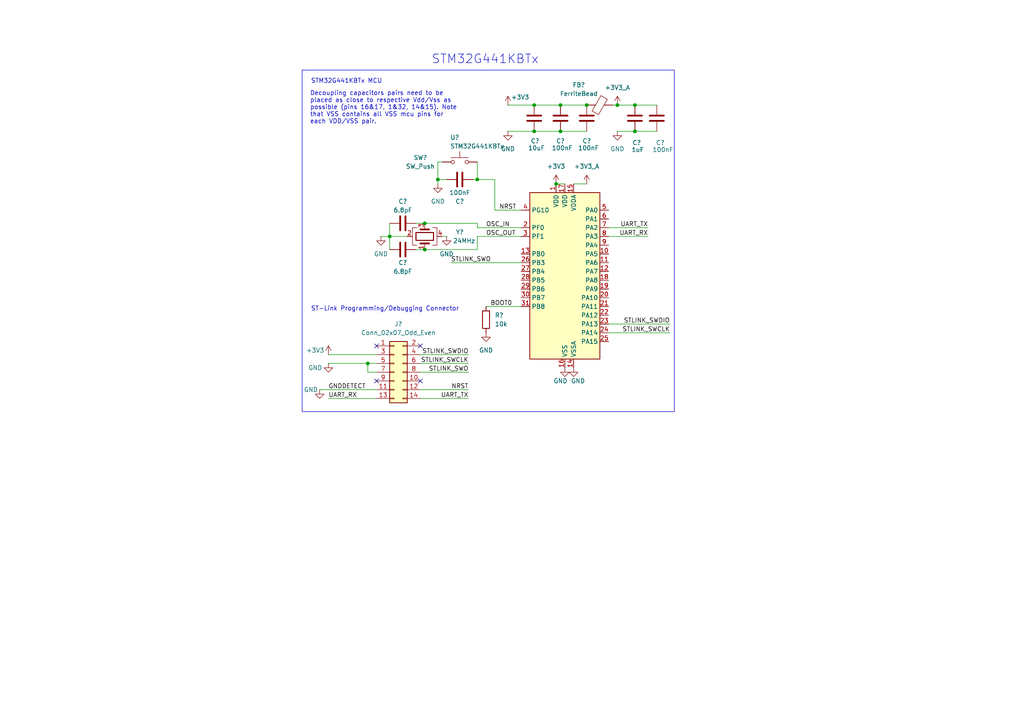
<source format=kicad_sch>
(kicad_sch (version 20250114) (generator "eeschema") (generator_version "9.0")
  (paper "A4")
  (lib_symbols
    (symbol "Connector_Generic:Conn_02x07_Odd_Even" (pin_names (offset 1.016) (hide yes))
      (property "Reference" "J" (at 1.27 10.16 0))
      (property "Value" "Conn_02x07_Odd_Even" (at 1.27 -10.16 0))
      (symbol "Conn_02x07_Odd_Even_1_1"
        (rectangle (start -1.27 8.89) (end 3.81 -8.89) (stroke (width 0.254)) (fill (type background)))
        (rectangle (start -1.27 7.747) (end 0 7.493) (stroke (width 0.1524)))
        (rectangle (start -1.27 5.207) (end 0 4.953) (stroke (width 0.1524)))
        (rectangle (start -1.27 2.667) (end 0 2.413) (stroke (width 0.1524)))
        (rectangle (start -1.27 0.127) (end 0 -0.127) (stroke (width 0.1524)))
        (rectangle (start -1.27 -2.413) (end 0 -2.667) (stroke (width 0.1524)))
        (rectangle (start -1.27 -4.953) (end 0 -5.207) (stroke (width 0.1524)))
        (rectangle (start -1.27 -7.493) (end 0 -7.747) (stroke (width 0.1524)))
        (rectangle (start 3.81 7.747) (end 2.54 7.493) (stroke (width 0.1524)))
        (rectangle (start 3.81 5.207) (end 2.54 4.953) (stroke (width 0.1524)))
        (rectangle (start 3.81 2.667) (end 2.54 2.413) (stroke (width 0.1524)))
        (rectangle (start 3.81 0.127) (end 2.54 -0.127) (stroke (width 0.1524)))
        (rectangle (start 3.81 -2.413) (end 2.54 -2.667) (stroke (width 0.1524)))
        (rectangle (start 3.81 -4.953) (end 2.54 -5.207) (stroke (width 0.1524)))
        (rectangle (start 3.81 -7.493) (end 2.54 -7.747) (stroke (width 0.1524)))
        (pin passive line (at -5.08 7.62 0) (length 3.81) (name "Pin_1") (number "1"))
        (pin passive line (at -5.08 5.08 0) (length 3.81) (name "Pin_3") (number "3"))
        (pin passive line (at -5.08 2.54 0) (length 3.81) (name "Pin_5") (number "5"))
        (pin passive line (at -5.08 0 0) (length 3.81) (name "Pin_7") (number "7"))
        (pin passive line (at -5.08 -2.54 0) (length 3.81) (name "Pin_9") (number "9"))
        (pin passive line (at -5.08 -5.08 0) (length 3.81) (name "Pin_11") (number "11"))
        (pin passive line (at -5.08 -7.62 0) (length 3.81) (name "Pin_13") (number "13"))
        (pin passive line (at 7.62 7.62 180) (length 3.81) (name "Pin_2") (number "2"))
        (pin passive line (at 7.62 5.08 180) (length 3.81) (name "Pin_4") (number "4"))
        (pin passive line (at 7.62 2.54 180) (length 3.81) (name "Pin_6") (number "6"))
        (pin passive line (at 7.62 0 180) (length 3.81) (name "Pin_8") (number "8"))
        (pin passive line (at 7.62 -2.54 180) (length 3.81) (name "Pin_10") (number "10"))
        (pin passive line (at 7.62 -5.08 180) (length 3.81) (name "Pin_12") (number "12"))
        (pin passive line (at 7.62 -7.62 180) (length 3.81) (name "Pin_14") (number "14"))
      )
    )
    (symbol "Device:C" (pin_numbers (hide yes)) (pin_names (offset 0.254))
      (property "Reference" "C" (at 0.635 2.54 0))
      (property "Value" "C" (at 0.635 -2.54 0))
      (symbol "C_0_1"
        (polyline (pts (xy -2.032 0.762) (xy 2.032 0.762)) (stroke (width 0.508)))
        (polyline (pts (xy -2.032 -0.762) (xy 2.032 -0.762)) (stroke (width 0.508)))
      )
      (symbol "C_1_1"
        (pin passive line (at 0 3.81 270) (length 2.794) (name "~") (number "1"))
        (pin passive line (at 0 -3.81 90) (length 2.794) (name "~") (number "2"))
      )
    )
    (symbol "Device:Crystal_GND24" (pin_names (offset 1.016) (hide yes))
      (property "Reference" "Y" (at 3.175 5.08 0))
      (property "Value" "Crystal_GND24" (at 3.175 3.175 0))
      (symbol "Crystal_GND24_0_1"
        (polyline (pts (xy -2.54 2.286) (xy -2.54 3.556) (xy 2.54 3.556) (xy 2.54 2.286)))
        (polyline (pts (xy -2.54 0) (xy -2.032 0)))
        (polyline (pts (xy -2.54 -2.286) (xy -2.54 -3.556) (xy 2.54 -3.556) (xy 2.54 -2.286)))
        (polyline (pts (xy -2.032 -1.27) (xy -2.032 1.27)) (stroke (width 0.508)))
        (rectangle (start -1.143 2.54) (end 1.143 -2.54) (stroke (width 0.3048)))
        (polyline (pts (xy 0 3.556) (xy 0 3.81)))
        (polyline (pts (xy 0 -3.81) (xy 0 -3.556)))
        (polyline (pts (xy 2.032 0) (xy 2.54 0)))
        (polyline (pts (xy 2.032 -1.27) (xy 2.032 1.27)) (stroke (width 0.508)))
      )
      (symbol "Crystal_GND24_1_1"
        (pin passive line (at -3.81 0 0) (length 1.27) (name "1") (number "1"))
        (pin passive line (at 0 5.08 270) (length 1.27) (name "2") (number "2"))
        (pin passive line (at 0 -5.08 90) (length 1.27) (name "4") (number "4"))
        (pin passive line (at 3.81 0 180) (length 1.27) (name "3") (number "3"))
      )
    )
    (symbol "Device:FerriteBead" (pin_numbers (hide yes)) (pin_names (offset 0))
      (property "Reference" "FB" (at -3.81 0.635 90))
      (property "Value" "FerriteBead" (at 3.81 0 90))
      (symbol "FerriteBead_0_1"
        (polyline (pts (xy -2.7686 0.4064) (xy -1.7018 2.2606) (xy 2.7686 -0.3048) (xy 1.6764 -2.159) (xy -2.7686 0.4064)))
        (polyline (pts (xy 0 1.27) (xy 0 1.2954)))
        (polyline (pts (xy 0 -1.27) (xy 0 -1.2192)))
      )
      (symbol "FerriteBead_1_1"
        (pin passive line (at 0 3.81 270) (length 2.54) (name "~") (number "1"))
        (pin passive line (at 0 -3.81 90) (length 2.54) (name "~") (number "2"))
      )
    )
    (symbol "Device:R" (pin_numbers (hide yes)) (pin_names (offset 0))
      (property "Reference" "R" (at 2.032 0 90))
      (property "Value" "R" (at 0 0 90))
      (symbol "R_0_1"
        (rectangle (start -1.016 -2.54) (end 1.016 2.54) (stroke (width 0.254)))
      )
      (symbol "R_1_1"
        (pin passive line (at 0 3.81 270) (length 1.27) (name "~") (number "1"))
        (pin passive line (at 0 -3.81 90) (length 1.27) (name "~") (number "2"))
      )
    )
    (symbol "MCU_ST_STM32G4:STM32G441KBTx"
      (property "Reference" "U" (at -10.16 26.67 0))
      (property "Value" "STM32G441KBTx" (at 5.08 26.67 0))
      (symbol "STM32G441KBTx_0_1"
        (rectangle (start -10.16 -22.86) (end 10.16 25.4) (stroke (width 0.254)) (fill (type background)))
      )
      (symbol "STM32G441KBTx_1_1"
        (pin bidirectional line (at -12.7 20.32 0) (length 2.54) (name "PG10") (number "4"))
        (pin bidirectional line (at -12.7 15.24 0) (length 2.54) (name "PF0") (number "2"))
        (pin bidirectional line (at -12.7 12.7 0) (length 2.54) (name "PF1") (number "3"))
        (pin bidirectional line (at -12.7 7.62 0) (length 2.54) (name "PB0") (number "13"))
        (pin bidirectional line (at -12.7 5.08 0) (length 2.54) (name "PB3") (number "26"))
        (pin bidirectional line (at -12.7 2.54 0) (length 2.54) (name "PB4") (number "27"))
        (pin bidirectional line (at -12.7 0 0) (length 2.54) (name "PB5") (number "28"))
        (pin bidirectional line (at -12.7 -2.54 0) (length 2.54) (name "PB6") (number "29"))
        (pin bidirectional line (at -12.7 -5.08 0) (length 2.54) (name "PB7") (number "30"))
        (pin bidirectional line (at -12.7 -7.62 0) (length 2.54) (name "PB8") (number "31"))
        (pin power_in line (at -2.54 27.94 270) (length 2.54) (name "VDD") (number "1"))
        (pin power_in line (at 0 27.94 270) (length 2.54) (name "VDD") (number "17"))
        (pin power_in line (at 0 -25.4 90) (length 2.54) (name "VSS") (number "16"))
        (pin passive line (at 0 -25.4 90) (length 2.54) (hide yes) (name "VSS") (number "32"))
        (pin power_in line (at 2.54 27.94 270) (length 2.54) (name "VDDA") (number "15"))
        (pin power_in line (at 2.54 -25.4 90) (length 2.54) (name "VSSA") (number "14"))
        (pin bidirectional line (at 12.7 20.32 180) (length 2.54) (name "PA0") (number "5"))
        (pin bidirectional line (at 12.7 17.78 180) (length 2.54) (name "PA1") (number "6"))
        (pin bidirectional line (at 12.7 15.24 180) (length 2.54) (name "PA2") (number "7"))
        (pin bidirectional line (at 12.7 12.7 180) (length 2.54) (name "PA3") (number "8"))
        (pin bidirectional line (at 12.7 10.16 180) (length 2.54) (name "PA4") (number "9"))
        (pin bidirectional line (at 12.7 7.62 180) (length 2.54) (name "PA5") (number "10"))
        (pin bidirectional line (at 12.7 5.08 180) (length 2.54) (name "PA6") (number "11"))
        (pin bidirectional line (at 12.7 2.54 180) (length 2.54) (name "PA7") (number "12"))
        (pin bidirectional line (at 12.7 0 180) (length 2.54) (name "PA8") (number "18"))
        (pin bidirectional line (at 12.7 -2.54 180) (length 2.54) (name "PA9") (number "19"))
        (pin bidirectional line (at 12.7 -5.08 180) (length 2.54) (name "PA10") (number "20"))
        (pin bidirectional line (at 12.7 -7.62 180) (length 2.54) (name "PA11") (number "21"))
        (pin bidirectional line (at 12.7 -10.16 180) (length 2.54) (name "PA12") (number "22"))
        (pin bidirectional line (at 12.7 -12.7 180) (length 2.54) (name "PA13") (number "23"))
        (pin bidirectional line (at 12.7 -15.24 180) (length 2.54) (name "PA14") (number "24"))
        (pin bidirectional line (at 12.7 -17.78 180) (length 2.54) (name "PA15") (number "25"))
      )
    )
    (symbol "Switch:SW_Push" (pin_numbers (hide yes)) (pin_names (offset 1.016) (hide yes))
      (property "Reference" "SW" (at 1.27 2.54 0))
      (property "Value" "SW_Push" (at 0 -1.524 0))
      (symbol "SW_Push_0_1"
        (circle (center -2.032 0) (radius 0.508))
        (polyline (pts (xy 0 1.27) (xy 0 3.048)))
        (circle (center 2.032 0) (radius 0.508))
        (polyline (pts (xy 2.54 1.27) (xy -2.54 1.27)))
        (pin passive line (at -5.08 0 0) (length 2.54) (name "1") (number "1"))
        (pin passive line (at 5.08 0 180) (length 2.54) (name "2") (number "2"))
      )
    )
    (symbol "power:+3V3" (power) (pin_numbers (hide yes)) (pin_names (offset 0) (hide yes))
      (property "Value" "+3V3" (at 0 3.556 0))
      (symbol "+3V3_0_1"
        (polyline (pts (xy -0.762 1.27) (xy 0 2.54)))
        (polyline (pts (xy 0 2.54) (xy 0.762 1.27)))
        (polyline (pts (xy 0 0) (xy 0 2.54)))
      )
      (symbol "+3V3_1_1"
        (pin power_in line (at 0 0 90) (length 0) (name "~") (number "1"))
      )
    )
    (symbol "power:GND" (power) (pin_numbers (hide yes)) (pin_names (offset 0) (hide yes))
      (property "Value" "GND" (at 0 -3.81 0))
      (symbol "GND_0_1"
        (polyline (pts (xy 0 0) (xy 0 -1.27) (xy 1.27 -1.27) (xy 0 -2.54) (xy -1.27 -1.27) (xy 0 -1.27)))
      )
      (symbol "GND_1_1"
        (pin power_in line (at 0 0 270) (length 0) (name "~") (number "1"))
      )
    )
  )
  (rectangle (start 87.63 20.32) (end 195.58 119.38))
  (text "STM32G441KBTx MCU" (at 90.17 22.86 0) (effects (font (size 1.27 1.27)) (justify left top)))
  (text "Decoupling capacitors pairs need to be\nplaced as close to respective Vdd/Vss as\npossible (pins 16&17, 1&32, 14&15). Note\nthat VSS contains all VSS mcu pins for\neach VDD/VSS pair." (at 89.916 31.242 0) (effects (font (size 1.27 1.27)) (justify left)))
  (text "STM32G441KBTx" (at 140.716 17.272 0) (effects (font (size 2.54 2.54))))
  (text "ST-Link Programming/Debugging Connector" (at 90.17 88.9 0) (effects (font (size 1.27 1.27)) (justify left top)))
  (junction (at 184.15 38.1))
  (junction (at 106.68 105.41))
  (junction (at 138.43 52.07))
  (junction (at 123.19 64.77))
  (junction (at 162.56 38.1))
  (junction (at 170.18 30.48))
  (junction (at 154.94 30.48))
  (junction (at 154.94 38.1))
  (junction (at 184.15 30.48))
  (junction (at 123.19 72.39))
  (junction (at 161.29 53.34))
  (junction (at 113.03 68.58))
  (junction (at 127 52.07))
  (junction (at 162.56 30.48))
  (junction (at 179.07 30.48))
  (no_connect (at 109.22 110.49))
  (no_connect (at 109.22 100.33))
  (no_connect (at 121.92 110.49))
  (no_connect (at 121.92 100.33))
  (wire (pts (xy 109.22 107.95) (xy 106.68 107.95)))
  (wire (pts (xy 110.49 68.58) (xy 113.03 68.58)))
  (wire (pts (xy 176.53 68.58) (xy 187.96 68.58)))
  (wire (pts (xy 176.53 96.52) (xy 194.31 96.52)))
  (wire (pts (xy 127 53.34) (xy 127 52.07)))
  (wire (pts (xy 92.71 113.03) (xy 109.22 113.03)))
  (wire (pts (xy 138.43 72.39) (xy 138.43 68.58)))
  (wire (pts (xy 176.53 66.04) (xy 187.96 66.04)))
  (wire (pts (xy 162.56 38.1) (xy 170.18 38.1)))
  (wire (pts (xy 127 52.07) (xy 129.54 52.07)))
  (wire (pts (xy 121.92 107.95) (xy 135.89 107.95)))
  (wire (pts (xy 147.32 30.48) (xy 154.94 30.48)))
  (wire (pts (xy 147.32 38.1) (xy 154.94 38.1)))
  (wire (pts (xy 121.92 113.03) (xy 135.89 113.03)))
  (wire (pts (xy 127 46.99) (xy 127 52.07)))
  (wire (pts (xy 121.92 102.87) (xy 135.89 102.87)))
  (wire (pts (xy 123.19 64.77) (xy 138.43 64.77)))
  (wire (pts (xy 143.51 60.96) (xy 151.13 60.96)))
  (wire (pts (xy 138.43 64.77) (xy 138.43 66.04)))
  (wire (pts (xy 162.56 30.48) (xy 170.18 30.48)))
  (wire (pts (xy 128.27 68.58) (xy 129.54 68.58)))
  (wire (pts (xy 137.16 52.07) (xy 138.43 52.07)))
  (wire (pts (xy 154.94 38.1) (xy 162.56 38.1)))
  (wire (pts (xy 113.03 68.58) (xy 118.11 68.58)))
  (wire (pts (xy 113.03 68.58) (xy 113.03 72.39)))
  (wire (pts (xy 179.07 30.48) (xy 184.15 30.48)))
  (wire (pts (xy 138.43 46.99) (xy 138.43 52.07)))
  (wire (pts (xy 106.68 107.95) (xy 106.68 105.41)))
  (wire (pts (xy 135.89 105.41) (xy 121.92 105.41)))
  (wire (pts (xy 130.81 76.2) (xy 151.13 76.2)))
  (wire (pts (xy 161.29 53.34) (xy 163.83 53.34)))
  (wire (pts (xy 138.43 68.58) (xy 151.13 68.58)))
  (wire (pts (xy 120.65 72.39) (xy 123.19 72.39)))
  (wire (pts (xy 154.94 30.48) (xy 162.56 30.48)))
  (wire (pts (xy 184.15 38.1) (xy 190.5 38.1)))
  (wire (pts (xy 95.25 102.87) (xy 109.22 102.87)))
  (wire (pts (xy 179.07 38.1) (xy 184.15 38.1)))
  (wire (pts (xy 95.25 105.41) (xy 106.68 105.41)))
  (wire (pts (xy 140.97 88.9) (xy 151.13 88.9)))
  (wire (pts (xy 177.8 30.48) (xy 179.07 30.48)))
  (wire (pts (xy 138.43 66.04) (xy 151.13 66.04)))
  (wire (pts (xy 143.51 52.07) (xy 138.43 52.07)))
  (wire (pts (xy 106.68 105.41) (xy 109.22 105.41)))
  (wire (pts (xy 109.22 115.57) (xy 95.25 115.57)))
  (wire (pts (xy 121.92 115.57) (xy 135.89 115.57)))
  (wire (pts (xy 166.37 53.34) (xy 170.18 53.34)))
  (wire (pts (xy 127 46.99) (xy 128.27 46.99)))
  (wire (pts (xy 123.19 72.39) (xy 138.43 72.39)))
  (wire (pts (xy 120.65 64.77) (xy 123.19 64.77)))
  (wire (pts (xy 184.15 30.48) (xy 190.5 30.48)))
  (wire (pts (xy 143.51 60.96) (xy 143.51 52.07)))
  (wire (pts (xy 176.53 93.98) (xy 194.31 93.98)))
  (wire (pts (xy 113.03 64.77) (xy 113.03 68.58)))
  (label "UART_RX" (at 187.96 68.58 180))
  (label "STLINK_SWCLK" (at 194.31 96.52 180))
  (label "STLINK_SWO" (at 130.81 76.2 0))
  (label "UART_RX" (at 95.25 115.57 0))
  (label "BOOT0" (at 142.24 88.9 0))
  (label "STLINK_SWO" (at 135.89 107.95 180))
  (label "STLINK_SWDIO" (at 135.89 102.87 180))
  (label "UART_TX" (at 135.89 115.57 180))
  (label "GNDDETECT" (at 95.25 113.03 0))
  (label "STLINK_SWCLK" (at 135.89 105.41 180))
  (label "STLINK_SWDIO" (at 194.31 93.98 180))
  (label "NRST" (at 144.78 60.96 0))
  (label "OSC_IN" (at 140.97 66.04 0))
  (label "NRST" (at 135.89 113.03 180))
  (label "UART_TX" (at 187.96 66.04 180))
  (label "OSC_OUT" (at 140.97 68.58 0))
  (symbol (lib_id "power:GND") (at 127 53.34 0) (unit 1)
    (property "Reference" "#PWR?" (effects (hide yes)))
    (property "Value" "GND" (at 127 58.42 0))
    (property "Description" "Power symbol creates a global label with name \"GND\" , ground" (effects (hide yes)))
  )
  (symbol (lib_id "Device:Crystal_GND24") (at 123.19 68.58 90) (unit 1)
    (property "Reference" "Y?" (at 133.35 67.31 90))
    (property "Value" "24MHz" (at 134.62 69.85 90))
    (property "Footprint" "Crystal:Crystal_SMD_2016-4Pin_2.0x1.6mm" (effects (hide yes)))
    (property "Datasheet" "https://ecsxtal.com/store/pdf/ECX-1637B.pdf" (effects (hide yes)))
    (property "Description" "Four pin crystal, GND on pins 2 and 4" (effects (hide yes)))
    (property "Digi PN" "XC3063CT-ND" (effects (hide yes)))
    (property "MFG" "ECS" (effects (hide yes)))
    (property "MFG PN" "ECS-240-8-37B-CKY-TR" (effects (hide yes)))
  )
  (symbol (lib_id "MCU_ST_STM32G4:STM32G441KBTx") (at 163.83 81.28 0) (unit 1)
    (property "Reference" "U?" (at 130.556 39.878 0) (effects (justify left)))
    (property "Value" "STM32G441KBTx" (at 130.556 42.418 0) (effects (justify left)))
    (property "Footprint" "Package_QFP:LQFP-32_7x7mm_P0.8mm" (effects (hide yes)))
    (property "Datasheet" "https://www.st.com/resource/en/datasheet/stm32g441kb.pdf" (effects (hide yes)))
    (property "Description" "STMicroelectronics Arm Cortex-M4 MCU, 128KB flash, 32KB RAM, 170 MHz, 1.71-3.6V, 26 GPIO, LQFP32" (effects (hide yes)))
    (property "Digi PN" "497-STM32G441KBT6-ND" (effects (hide yes)))
    (property "MFG" "STM" (effects (hide yes)))
    (property "MFG PN" "STM32G441KBT6" (effects (hide yes)))
  )
  (symbol (lib_id "power:+3V3") (at 95.25 102.87 0) (unit 1)
    (property "Reference" "#PWR?" (effects (hide yes)))
    (property "Value" "+3V3" (at 91.44 101.6 0))
    (property "Description" "Power symbol creates a global label with name \"+3V3\"" (effects (hide yes)))
  )
  (symbol (lib_id "Device:C") (at 162.56 34.29 0) (mirror x) (unit 1)
    (property "Reference" "C?" (at 161.29 40.894 0) (effects (justify left)))
    (property "Value" "100nF" (at 160.02 42.926 0) (effects (justify left)))
    (property "Footprint" "Capacitor_SMD:C_0805_2012Metric_Pad1.18x1.45mm_HandSolder" (effects (hide yes)))
    (property "Datasheet" "https://www.yageo.com/upload/media/product/productsearch/datasheet/mlcc/UPY-GPHC_X7R_6.3V-to-250V_24.pdf" (effects (hide yes)))
    (property "Description" "Unpolarized capacitor" (effects (hide yes)))
    (property "Digi PN" "311-1140-1-ND" (effects (hide yes)))
    (property "MFG" "Yageo" (effects (hide yes)))
    (property "MFG PN" "CC0805KRX7R9BB104" (effects (hide yes)))
  )
  (symbol (lib_id "power:GND") (at 92.71 113.03 0) (unit 1)
    (property "Reference" "#PWR?" (effects (hide yes)))
    (property "Value" "GND" (at 90.17 113.03 0))
    (property "Description" "Power symbol creates a global label with name \"GND\" , ground" (effects (hide yes)))
  )
  (symbol (lib_id "power:GND") (at 95.25 105.41 0) (unit 1)
    (property "Reference" "#PWR?" (effects (hide yes)))
    (property "Value" "GND" (at 91.44 106.68 0))
    (property "Description" "Power symbol creates a global label with name \"GND\" , ground" (effects (hide yes)))
  )
  (symbol (lib_id "Device:C") (at 154.94 34.29 0) (mirror x) (unit 1)
    (property "Reference" "C?" (at 153.924 40.894 0) (effects (justify left)))
    (property "Value" "10uF" (at 153.162 42.926 0) (effects (justify left)))
    (property "Footprint" "Capacitor_SMD:C_0805_2012Metric_Pad1.18x1.45mm_HandSolder" (effects (hide yes)))
    (property "Datasheet" "https://mm.digikey.com/Volume0/opasdata/d220001/medias/docus/658/CL21A106KOQNNNG_Spec.pdf" (effects (hide yes)))
    (property "Description" "Unpolarized capacitor" (effects (hide yes)))
    (property "Digi PN" "1276-6455-1-ND" (effects (hide yes)))
    (property "MFG" "Samsung Electro-Mechanics" (effects (hide yes)))
    (property "MFG PN" "CL21A106KOQNNNG" (effects (hide yes)))
  )
  (symbol (lib_id "power:GND") (at 140.97 96.52 0) (mirror y) (unit 1)
    (property "Reference" "#PWR?" (effects (hide yes)))
    (property "Value" "GND" (at 140.97 101.6 0))
    (property "Description" "Power symbol creates a global label with name \"GND\" , ground" (effects (hide yes)))
  )
  (symbol (lib_id "Connector_Generic:Conn_02x07_Odd_Even") (at 114.3 107.95 0) (unit 1)
    (property "Reference" "J?" (at 115.57 93.98 0))
    (property "Value" "Conn_02x07_Odd_Even" (at 115.57 96.52 0))
    (property "Footprint" "Connector_PinHeader_1.27mm:PinHeader_2x07_P1.27mm_Vertical_SMD" (effects (hide yes)))
    (property "Datasheet" "https://mm.digikey.com/Volume0/opasdata/d220001/medias/docus/6209/ftsh-1xx-xx-xxx-dv-xxx-xxx-x-xx-mkt.pdf" (effects (hide yes)))
    (property "Description" "Generic connector, double row, 02x07, odd/even pin numbering scheme (row 1 odd numbers, row 2 even numbers), script generated (kicad-library-utils/schlib/autogen/connector/)" (effects (hide yes)))
    (property "MFG PN" "FTSH-107-01-F-DV-K-P-TR" (effects (hide yes)))
    (property "Digi PN" "SAM13170CT-ND" (effects (hide yes)))
  )
  (symbol (lib_id "power:GND") (at 179.07 38.1 0) (unit 1)
    (property "Reference" "#PWR?" (effects (hide yes)))
    (property "Value" "GND" (at 179.07 43.18 0))
    (property "Description" "Power symbol creates a global label with name \"GND\" , ground" (effects (hide yes)))
  )
  (symbol (lib_id "power:+3V3") (at 147.32 30.48 0) (unit 1)
    (property "Reference" "#PWR?" (effects (hide yes)))
    (property "Value" "+3V3" (at 150.876 28.194 0))
    (property "Description" "Power symbol creates a global label with name \"+3V3\"" (effects (hide yes)))
  )
  (symbol (lib_id "power:GND") (at 166.37 106.68 0) (unit 1)
    (property "Reference" "#PWR?" (effects (hide yes)))
    (property "Value" "GND" (at 167.64 110.49 0))
    (property "Description" "Power symbol creates a global label with name \"GND\" , ground" (effects (hide yes)))
  )
  (symbol (lib_id "power:GND") (at 163.83 106.68 0) (unit 1)
    (property "Reference" "#PWR?" (effects (hide yes)))
    (property "Value" "GND" (at 162.56 110.49 0))
    (property "Description" "Power symbol creates a global label with name \"GND\" , ground" (effects (hide yes)))
  )
  (symbol (lib_id "Device:C") (at 184.15 34.29 0) (unit 1)
    (property "Reference" "C?" (at 183.388 41.402 0) (effects (justify left)))
    (property "Value" "1uF" (at 183.134 43.434 0) (effects (justify left)))
    (property "Footprint" "Capacitor_SMD:C_0805_2012Metric_Pad1.18x1.45mm_HandSolder" (effects (hide yes)))
    (property "Datasheet" "https://mm.digikey.com/Volume0/opasdata/d220001/medias/docus/609/CL21B105KBFNNNE_Spec.pdf" (effects (hide yes)))
    (property "Description" "Unpolarized capacitor" (effects (hide yes)))
    (property "Digi PN" "1276-1029-1-ND" (effects (hide yes)))
    (property "MFG" "Samsung Electro-Mechanics" (effects (hide yes)))
    (property "MFG PN" "CL21B105KBFNNNE" (effects (hide yes)))
  )
  (symbol (lib_id "Device:C") (at 190.5 34.29 0) (unit 1)
    (property "Reference" "C?" (at 190.246 41.402 0) (effects (justify left)))
    (property "Value" "100nF" (at 189.23 43.434 0) (effects (justify left)))
    (property "Footprint" "Capacitor_SMD:C_0805_2012Metric_Pad1.18x1.45mm_HandSolder" (effects (hide yes)))
    (property "Datasheet" "https://www.yageo.com/upload/media/product/productsearch/datasheet/mlcc/UPY-GPHC_X7R_6.3V-to-250V_24.pdf" (effects (hide yes)))
    (property "Description" "Unpolarized capacitor" (effects (hide yes)))
    (property "Digi PN" "311-1140-1-ND" (effects (hide yes)))
    (property "MFG" "Yageo" (effects (hide yes)))
    (property "MFG PN" "CC0805KRX7R9BB104" (effects (hide yes)))
  )
  (symbol (lib_id "Device:C") (at 116.84 72.39 270) (unit 1)
    (property "Reference" "C?" (at 116.84 76.2 90))
    (property "Value" "6.8pF" (at 116.84 78.74 90))
    (property "Footprint" "Capacitor_SMD:C_0805_2012Metric_Pad1.18x1.45mm_HandSolder" (effects (hide yes)))
    (property "Datasheet" "https://www.yageo.com/en/Chart/Download/pdf/CC0805DRNPO9BN6R8" (effects (hide yes)))
    (property "Description" "Unpolarized capacitor" (effects (hide yes)))
    (property "Digi PN" "311-4155-1-ND" (effects (hide yes)))
    (property "MFG" "Yageo" (effects (hide yes)))
    (property "MFG PN" "CC0805DRNPO9BN6R8" (effects (hide yes)))
  )
  (symbol (lib_id "Device:C") (at 133.35 52.07 90) (mirror x) (unit 1)
    (property "Reference" "C?" (at 133.35 58.42 90))
    (property "Value" "100nF" (at 133.35 55.88 90))
    (property "Footprint" "Capacitor_SMD:C_0805_2012Metric_Pad1.18x1.45mm_HandSolder" (effects (hide yes)))
    (property "Datasheet" "https://www.yageo.com/upload/media/product/productsearch/datasheet/mlcc/UPY-GPHC_X7R_6.3V-to-250V_24.pdf" (effects (hide yes)))
    (property "Description" "Unpolarized capacitor" (effects (hide yes)))
    (property "Digi PN" "311-1140-1-ND" (effects (hide yes)))
    (property "MFG" "Yageo" (effects (hide yes)))
    (property "MFG PN" "CC0805KRX7R9BB104" (effects (hide yes)))
  )
  (symbol (lib_id "Device:C") (at 116.84 64.77 270) (unit 1)
    (property "Reference" "C?" (at 116.84 58.42 90))
    (property "Value" "6.8pF" (at 116.84 60.96 90))
    (property "Footprint" "Capacitor_SMD:C_0805_2012Metric_Pad1.18x1.45mm_HandSolder" (effects (hide yes)))
    (property "Datasheet" "https://www.yageo.com/en/Chart/Download/pdf/CC0805DRNPO9BN6R8" (effects (hide yes)))
    (property "Description" "Unpolarized capacitor" (effects (hide yes)))
    (property "Digi PN" "311-4155-1-ND" (effects (hide yes)))
    (property "MFG" "Yageo" (effects (hide yes)))
    (property "MFG PN" "CC0805DRNPO9BN6R8" (effects (hide yes)))
  )
  (symbol (lib_id "power:GND") (at 110.49 68.58 0) (unit 1)
    (property "Reference" "#PWR?" (effects (hide yes)))
    (property "Value" "GND" (at 110.49 73.66 0))
    (property "Description" "Power symbol creates a global label with name \"GND\" , ground" (effects (hide yes)))
  )
  (symbol (lib_id "power:GND") (at 147.32 38.1 0) (unit 1)
    (property "Reference" "#PWR?" (effects (hide yes)))
    (property "Value" "GND" (at 147.32 43.18 0))
    (property "Description" "Power symbol creates a global label with name \"GND\" , ground" (effects (hide yes)))
  )
  (symbol (lib_id "power:GND") (at 129.54 68.58 0) (unit 1)
    (property "Reference" "#PWR?" (effects (hide yes)))
    (property "Value" "GND" (at 129.54 73.66 0))
    (property "Description" "Power symbol creates a global label with name \"GND\" , ground" (effects (hide yes)))
  )
  (symbol (lib_id "Device:R") (at 140.97 92.71 0) (unit 1)
    (property "Reference" "R?" (at 143.51 91.4399 0) (effects (justify left)))
    (property "Value" "10k" (at 143.51 93.9799 0) (effects (justify left)))
    (property "Footprint" "Resistor_SMD:R_0805_2012Metric_Pad1.20x1.40mm_HandSolder" (effects (hide yes)))
    (property "Datasheet" "https://www.yageo.com/upload/media/product/productsearch/datasheet/rchip/PYu-AC_51_RoHS_L_11.pdf" (effects (hide yes)))
    (property "Description" "Resistor" (effects (hide yes)))
    (property "Digi PN" "311-10KLGCT-ND" (effects (hide yes)))
    (property "MFG" "Yageo" (effects (hide yes)))
    (property "MFG PN" "AC0805FR-0710KL" (effects (hide yes)))
  )
  (symbol (lib_id "Switch:SW_Push") (at 133.35 46.99 0) (unit 1)
    (property "Reference" "SW?" (at 121.92 45.72 0))
    (property "Value" "SW_Push" (at 121.92 48.26 0))
    (property "Footprint" "Button_Switch_SMD:SW_SPST_PTS647_Sx38" (effects (hide yes)))
    (property "Datasheet" "https://www.ckswitches.com/media/2567/pts647.pdf" (effects (hide yes)))
    (property "Description" "Push button switch, generic, two pins" (effects (hide yes)))
    (property "Digi PN" "PTS647SK38SMTR2LFSCT-ND" (effects (hide yes)))
    (property "MFG" "C&K" (effects (hide yes)))
    (property "MFG PN" "PTS647SK38SMTR2 LFS" (effects (hide yes)))
  )
  (symbol (lib_id "Device:FerriteBead") (at 173.99 30.48 90) (unit 1)
    (property "Reference" "FB?" (at 167.894 24.638 90))
    (property "Value" "FerriteBead" (at 167.894 27.178 90))
    (property "Footprint" "Inductor_SMD:L_0603_1608Metric_Pad1.05x0.95mm_HandSolder" (effects (hide yes)))
    (property "Datasheet" "https://mm.digikey.com/Volume0/opasdata/d220001/medias/docus/6383/FCM%20Series.pdf" (effects (hide yes)))
    (property "Description" "Ferrite bead" (effects (hide yes)))
    (property "Digi PN" "4816-FCM1608KF-601T03CT-ND" (effects (hide yes)))
    (property "MFG" "TAI-TECH Advanced Electronics Co., Ltd." (effects (hide yes)))
    (property "MFG PN" "FCM 1608KF-601T03" (effects (hide yes)))
  )
  (symbol (lib_id "power:+3V3") (at 161.29 53.34 0) (unit 1)
    (property "Reference" "#PWR?" (effects (hide yes)))
    (property "Value" "+3V3" (at 161.29 48.26 0))
    (property "Description" "Power symbol creates a global label with name \"+3V3\"" (effects (hide yes)))
  )
  (symbol (lib_id "power:+3V3") (at 179.07 30.48 0) (unit 1)
    (property "Reference" "#PWR?" (effects (hide yes)))
    (property "Value" "+3V3_A" (at 179.07 25.4 0))
    (property "Description" "Power symbol creates a global label with name \"+3V3_A\"" (effects (hide yes)))
  )
  (symbol (lib_id "power:+3V3") (at 170.18 53.34 0) (unit 1)
    (property "Reference" "#PWR?" (effects (hide yes)))
    (property "Value" "+3V3_A" (at 170.18 48.26 0))
    (property "Description" "Power symbol creates a global label with name \"+3V3_A\"" (effects (hide yes)))
  )
  (symbol (lib_id "Device:C") (at 170.18 34.29 0) (mirror x) (unit 1)
    (property "Reference" "C?" (at 168.91 40.894 0) (effects (justify left)))
    (property "Value" "100nF" (at 167.64 42.926 0) (effects (justify left)))
    (property "Footprint" "Capacitor_SMD:C_0805_2012Metric_Pad1.18x1.45mm_HandSolder" (effects (hide yes)))
    (property "Datasheet" "https://www.yageo.com/upload/media/product/productsearch/datasheet/mlcc/UPY-GPHC_X7R_6.3V-to-250V_24.pdf" (effects (hide yes)))
    (property "Description" "Unpolarized capacitor" (effects (hide yes)))
    (property "Digi PN" "311-1140-1-ND" (effects (hide yes)))
    (property "MFG" "Yageo" (effects (hide yes)))
    (property "MFG PN" "CC0805KRX7R9BB104" (effects (hide yes)))
  )
)
</source>
